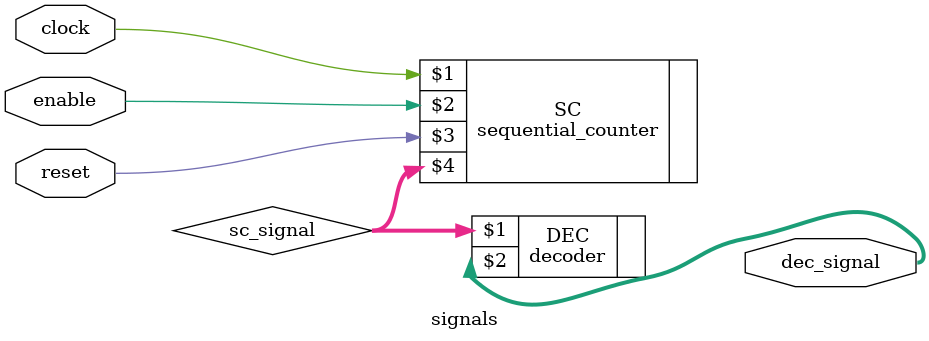
<source format=v>
`timescale 1ns / 100ps // time-unit = 1 ns, precision = 100 ps

module signals(
		input reset, clock, enable,
		output [15:0] dec_signal
    );

     wire [3:0] sc_signal;
	 
	 sequential_counter SC (clock, enable, reset, sc_signal);	
	 decoder DEC (sc_signal, dec_signal);

endmodule
</source>
